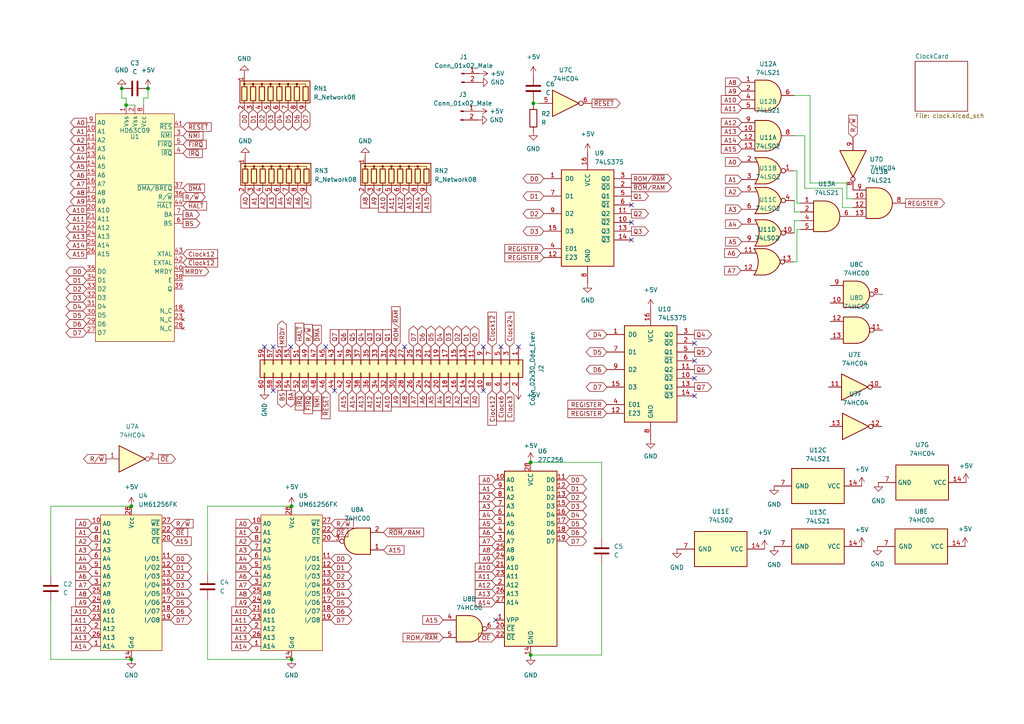
<source format=kicad_sch>
(kicad_sch (version 20211123) (generator eeschema)
  (paper "A4")
  (junction (at 153.924 134.112))
  (junction (at 84.582 146.812))
  (junction (at 36.576 30.48))
  (junction (at 38.1 191.262))
  (junction (at 42.926 25.654))
  (junction (at 153.924 189.992))
  (junction (at 35.306 25.654))
  (junction (at 84.582 191.262))
  (junction (at 154.686 29.972))
  (junction (at 38.1 146.812))
  (no_connect (at 150.368 100.584))
  (no_connect (at 183.134 59.436))
  (no_connect (at 183.134 64.516))
  (no_connect (at 183.134 69.596))
  (no_connect (at 79.248 113.284))
  (no_connect (at 117.348 100.584))
  (no_connect (at 140.208 100.584))
  (no_connect (at 145.288 100.584))
  (no_connect (at 94.488 100.584))
  (no_connect (at 76.708 100.584))
  (no_connect (at 84.328 100.584))
  (no_connect (at 79.248 100.584))
  (no_connect (at 97.028 113.284))
  (no_connect (at 140.208 113.284))
  (no_connect (at 201.422 104.648))
  (no_connect (at 201.422 109.728))
  (no_connect (at 201.422 114.808))
  (no_connect (at 201.422 99.568))
  (no_connect (at 143.764 179.832))
  (wire (pts (xy 84.582 146.812) (xy 60.198 146.812)))
  (wire (pts (xy 14.732 191.262) (xy 38.1 191.262)))
  (wire (pts (xy 230.378 49.53) (xy 231.14 49.53)))
  (wire (pts (xy 247.396 60.198) (xy 244.348 60.198)))
  (wire (pts (xy 154.686 29.464) (xy 154.686 29.972)))
  (wire (pts (xy 84.582 191.262) (xy 60.198 191.262)))
  (wire (pts (xy 35.306 28.448) (xy 35.306 25.654)))
  (wire (pts (xy 41.656 28.448) (xy 42.926 28.448)))
  (wire (pts (xy 247.396 57.658) (xy 245.618 57.658)))
  (wire (pts (xy 174.498 189.992) (xy 153.924 189.992)))
  (wire (pts (xy 42.926 28.448) (xy 42.926 25.654)))
  (wire (pts (xy 41.656 30.48) (xy 41.656 28.448)))
  (wire (pts (xy 244.348 54.61) (xy 244.348 60.198)))
  (wire (pts (xy 245.618 53.086) (xy 234.95 53.086)))
  (wire (pts (xy 36.576 30.48) (xy 36.576 28.448)))
  (wire (pts (xy 234.95 53.086) (xy 234.95 27.686)))
  (wire (pts (xy 38.1 146.812) (xy 14.732 146.812)))
  (wire (pts (xy 154.686 29.972) (xy 154.686 30.48)))
  (wire (pts (xy 36.576 28.448) (xy 35.306 28.448)))
  (wire (pts (xy 233.426 54.61) (xy 244.348 54.61)))
  (wire (pts (xy 231.14 75.946) (xy 231.14 66.548)))
  (wire (pts (xy 174.498 155.956) (xy 174.498 134.112)))
  (wire (pts (xy 230.378 67.564) (xy 230.378 64.008)))
  (wire (pts (xy 156.464 29.972) (xy 154.686 29.972)))
  (wire (pts (xy 60.198 191.262) (xy 60.198 173.99)))
  (wire (pts (xy 174.498 163.576) (xy 174.498 189.992)))
  (wire (pts (xy 230.124 75.946) (xy 231.14 75.946)))
  (wire (pts (xy 245.618 57.658) (xy 245.618 53.086)))
  (wire (pts (xy 233.426 39.37) (xy 233.426 54.61)))
  (wire (pts (xy 230.378 39.37) (xy 233.426 39.37)))
  (wire (pts (xy 14.732 174.498) (xy 14.732 191.262)))
  (wire (pts (xy 231.14 58.928) (xy 232.156 58.928)))
  (wire (pts (xy 14.732 146.812) (xy 14.732 166.878)))
  (wire (pts (xy 231.14 66.548) (xy 232.156 66.548)))
  (wire (pts (xy 230.378 61.468) (xy 232.156 61.468)))
  (wire (pts (xy 234.95 27.686) (xy 230.378 27.686)))
  (wire (pts (xy 230.378 58.166) (xy 230.378 61.468)))
  (wire (pts (xy 174.498 134.112) (xy 153.924 134.112)))
  (wire (pts (xy 230.378 64.008) (xy 232.156 64.008)))
  (wire (pts (xy 231.14 49.53) (xy 231.14 58.928)))
  (wire (pts (xy 153.924 133.858) (xy 153.924 134.112)))
  (wire (pts (xy 153.924 190.246) (xy 153.924 189.992)))
  (wire (pts (xy 60.198 146.812) (xy 60.198 166.37)))
  (wire (pts (xy 36.576 30.48) (xy 39.116 30.48)))
  (global_label "A5" (shape input) (at 215.138 70.104 180) (property "Intersheet References" "${INTERSHEET_REFS}" (effects hide)))
  (global_label "A15" (shape input) (at 99.568 113.284 270) (property "Intersheet References" "${INTERSHEET_REFS}" (effects hide)))
  (global_label "A3" (shape output) (at 25.146 43.18 180) (property "Intersheet References" "${INTERSHEET_REFS}" (effects hide)))
  (global_label "Q7" (shape output) (at 201.422 112.268 0) (property "Intersheet References" "${INTERSHEET_REFS}" (effects hide)))
  (global_label "A1" (shape output) (at 25.146 38.1 180) (property "Intersheet References" "${INTERSHEET_REFS}" (effects hide)))
  (global_label "~{RESET}" (shape output) (at 171.704 29.972 0) (property "Intersheet References" "${INTERSHEET_REFS}" (effects hide)))
  (global_label "~{FIRQ}" (shape input) (at 53.086 41.91 0) (property "Intersheet References" "${INTERSHEET_REFS}" (effects hide)))
  (global_label "D1" (shape bidirectional) (at 164.084 141.732 0) (property "Intersheet References" "${INTERSHEET_REFS}" (effects hide)))
  (global_label "A1" (shape input) (at 143.764 141.732 180) (property "Intersheet References" "${INTERSHEET_REFS}" (effects hide)))
  (global_label "D6" (shape bidirectional) (at 25.146 93.98 180) (property "Intersheet References" "${INTERSHEET_REFS}" (effects hide)))
  (global_label "D0" (shape bidirectional) (at 25.146 78.74 180) (property "Intersheet References" "${INTERSHEET_REFS}" (effects hide)))
  (global_label "D4" (shape bidirectional) (at 81.026 31.75 270) (property "Intersheet References" "${INTERSHEET_REFS}" (effects hide)))
  (global_label "BS" (shape output) (at 81.788 113.284 270) (property "Intersheet References" "${INTERSHEET_REFS}" (effects hide)))
  (global_label "ROM{slash}~{RAM}" (shape input) (at 128.524 184.912 180) (property "Intersheet References" "${INTERSHEET_REFS}" (effects hide)))
  (global_label "ROM{slash}~{RAM}" (shape output) (at 183.134 51.816 0) (property "Intersheet References" "${INTERSHEET_REFS}" (effects hide)))
  (global_label "A6" (shape input) (at 73.152 167.132 180) (property "Intersheet References" "${INTERSHEET_REFS}" (effects hide)))
  (global_label "~{IRQ}" (shape input) (at 53.086 44.45 0) (property "Intersheet References" "${INTERSHEET_REFS}" (effects hide)))
  (global_label "A2" (shape input) (at 143.764 144.272 180) (property "Intersheet References" "${INTERSHEET_REFS}" (effects hide)))
  (global_label "A9" (shape input) (at 143.764 162.052 180) (property "Intersheet References" "${INTERSHEET_REFS}" (effects hide)))
  (global_label "D1" (shape bidirectional) (at 49.53 164.592 0) (property "Intersheet References" "${INTERSHEET_REFS}" (effects hide)))
  (global_label "A15" (shape input) (at 215.138 43.18 180) (property "Intersheet References" "${INTERSHEET_REFS}" (effects hide)))
  (global_label "BA" (shape output) (at 53.086 62.23 0) (property "Intersheet References" "${INTERSHEET_REFS}" (effects hide)))
  (global_label "D1" (shape bidirectional) (at 96.012 164.592 0) (property "Intersheet References" "${INTERSHEET_REFS}" (effects hide)))
  (global_label "A9" (shape input) (at 215.138 26.416 180) (property "Intersheet References" "${INTERSHEET_REFS}" (effects hide)))
  (global_label "A5" (shape output) (at 25.146 48.26 180) (property "Intersheet References" "${INTERSHEET_REFS}" (effects hide)))
  (global_label "A7" (shape input) (at 26.67 169.672 180) (property "Intersheet References" "${INTERSHEET_REFS}" (effects hide)))
  (global_label "D6" (shape bidirectional) (at 86.106 31.75 270) (property "Intersheet References" "${INTERSHEET_REFS}" (effects hide)))
  (global_label "D3" (shape bidirectional) (at 96.012 169.672 0) (property "Intersheet References" "${INTERSHEET_REFS}" (effects hide)))
  (global_label "A11" (shape input) (at 113.538 55.626 270) (property "Intersheet References" "${INTERSHEET_REFS}" (effects hide)))
  (global_label "D4" (shape bidirectional) (at 164.084 149.352 0) (property "Intersheet References" "${INTERSHEET_REFS}" (effects hide)))
  (global_label "A0" (shape output) (at 25.146 35.56 180) (property "Intersheet References" "${INTERSHEET_REFS}" (effects hide)))
  (global_label "D0" (shape bidirectional) (at 70.866 31.75 270) (property "Intersheet References" "${INTERSHEET_REFS}" (effects hide)))
  (global_label "R{slash}~{W}" (shape input) (at 49.53 151.892 0) (property "Intersheet References" "${INTERSHEET_REFS}" (effects hide)))
  (global_label "A12" (shape input) (at 116.078 55.626 270) (property "Intersheet References" "${INTERSHEET_REFS}" (effects hide)))
  (global_label "A10" (shape input) (at 73.152 177.292 180) (property "Intersheet References" "${INTERSHEET_REFS}" (effects hide)))
  (global_label "D2" (shape bidirectional) (at 49.53 167.132 0) (property "Intersheet References" "${INTERSHEET_REFS}" (effects hide)))
  (global_label "A1" (shape input) (at 215.138 52.07 180) (property "Intersheet References" "${INTERSHEET_REFS}" (effects hide)))
  (global_label "A9" (shape input) (at 108.458 55.626 270) (property "Intersheet References" "${INTERSHEET_REFS}" (effects hide)))
  (global_label "A12" (shape input) (at 215.138 35.56 180) (property "Intersheet References" "${INTERSHEET_REFS}" (effects hide)))
  (global_label "~{RESET}" (shape input) (at 53.086 36.83 0) (property "Intersheet References" "${INTERSHEET_REFS}" (effects hide)))
  (global_label "A11" (shape output) (at 25.146 63.5 180) (property "Intersheet References" "${INTERSHEET_REFS}" (effects hide)))
  (global_label "~{NMI}" (shape input) (at 91.948 113.284 270) (property "Intersheet References" "${INTERSHEET_REFS}" (effects hide)))
  (global_label "A11" (shape input) (at 143.764 167.132 180) (property "Intersheet References" "${INTERSHEET_REFS}" (effects hide)))
  (global_label "D1" (shape bidirectional) (at 73.406 31.75 270) (property "Intersheet References" "${INTERSHEET_REFS}" (effects hide)))
  (global_label "~{Clock12}" (shape input) (at 142.748 100.584 90) (property "Intersheet References" "${INTERSHEET_REFS}" (effects hide)))
  (global_label "Q3" (shape input) (at 107.188 100.584 90) (property "Intersheet References" "${INTERSHEET_REFS}" (effects hide)))
  (global_label "A14" (shape input) (at 26.67 187.452 180) (property "Intersheet References" "${INTERSHEET_REFS}" (effects hide)))
  (global_label "A7" (shape input) (at 143.764 156.972 180) (property "Intersheet References" "${INTERSHEET_REFS}" (effects hide)))
  (global_label "R{slash}~{W}" (shape input) (at 247.396 39.878 90) (property "Intersheet References" "${INTERSHEET_REFS}" (effects hide)))
  (global_label "D5" (shape bidirectional) (at 164.084 151.892 0) (property "Intersheet References" "${INTERSHEET_REFS}" (effects hide)))
  (global_label "A0" (shape input) (at 71.12 55.626 270) (property "Intersheet References" "${INTERSHEET_REFS}" (effects hide)))
  (global_label "R{slash}~{W}" (shape input) (at 96.012 151.892 0) (property "Intersheet References" "${INTERSHEET_REFS}" (effects hide)))
  (global_label "A9" (shape input) (at 26.67 174.752 180) (property "Intersheet References" "${INTERSHEET_REFS}" (effects hide)))
  (global_label "A3" (shape input) (at 215.138 60.706 180) (property "Intersheet References" "${INTERSHEET_REFS}" (effects hide)))
  (global_label "Clock24" (shape input) (at 147.828 100.584 90) (property "Intersheet References" "${INTERSHEET_REFS}" (effects hide)))
  (global_label "~{RESET}" (shape input) (at 94.488 113.284 270) (property "Intersheet References" "${INTERSHEET_REFS}" (effects hide)))
  (global_label "A8" (shape output) (at 25.146 55.88 180) (property "Intersheet References" "${INTERSHEET_REFS}" (effects hide)))
  (global_label "D3" (shape bidirectional) (at 78.486 31.75 270) (property "Intersheet References" "${INTERSHEET_REFS}" (effects hide)))
  (global_label "MRDY" (shape output) (at 81.788 100.584 90) (property "Intersheet References" "${INTERSHEET_REFS}" (effects hide)))
  (global_label "~{HALT}" (shape input) (at 86.868 100.584 90) (property "Intersheet References" "${INTERSHEET_REFS}" (effects hide)))
  (global_label "A14" (shape output) (at 25.146 71.12 180) (property "Intersheet References" "${INTERSHEET_REFS}" (effects hide)))
  (global_label "Clock3" (shape input) (at 147.828 113.284 270) (property "Intersheet References" "${INTERSHEET_REFS}" (effects hide)))
  (global_label "A4" (shape input) (at 127.508 113.284 270) (property "Intersheet References" "${INTERSHEET_REFS}" (effects hide)))
  (global_label "A9" (shape input) (at 114.808 113.284 270) (property "Intersheet References" "${INTERSHEET_REFS}" (effects hide)))
  (global_label "A5" (shape input) (at 83.82 55.626 270) (property "Intersheet References" "${INTERSHEET_REFS}" (effects hide)))
  (global_label "A4" (shape output) (at 25.146 45.72 180) (property "Intersheet References" "${INTERSHEET_REFS}" (effects hide)))
  (global_label "D7" (shape bidirectional) (at 176.022 112.268 180) (property "Intersheet References" "${INTERSHEET_REFS}" (effects hide)))
  (global_label "A1" (shape input) (at 26.67 154.432 180) (property "Intersheet References" "${INTERSHEET_REFS}" (effects hide)))
  (global_label "~{DMA}" (shape input) (at 53.086 54.61 0) (property "Intersheet References" "${INTERSHEET_REFS}" (effects hide)))
  (global_label "A11" (shape input) (at 26.67 179.832 180) (property "Intersheet References" "${INTERSHEET_REFS}" (effects hide)))
  (global_label "A2" (shape input) (at 215.138 55.626 180) (property "Intersheet References" "${INTERSHEET_REFS}" (effects hide)))
  (global_label "A0" (shape input) (at 137.668 113.284 270) (property "Intersheet References" "${INTERSHEET_REFS}" (effects hide)))
  (global_label "D0" (shape bidirectional) (at 49.53 162.052 0) (property "Intersheet References" "${INTERSHEET_REFS}" (effects hide)))
  (global_label "BS" (shape output) (at 53.086 64.77 0) (property "Intersheet References" "${INTERSHEET_REFS}" (effects hide)))
  (global_label "D4" (shape bidirectional) (at 176.022 97.028 180) (property "Intersheet References" "${INTERSHEET_REFS}" (effects hide)))
  (global_label "REGISTER" (shape output) (at 262.636 58.928 0) (property "Intersheet References" "${INTERSHEET_REFS}" (effects hide)))
  (global_label "A14" (shape input) (at 215.138 40.64 180) (property "Intersheet References" "${INTERSHEET_REFS}" (effects hide)))
  (global_label "A5" (shape input) (at 143.764 151.892 180) (property "Intersheet References" "${INTERSHEET_REFS}" (effects hide)))
  (global_label "D7" (shape bidirectional) (at 49.53 179.832 0) (property "Intersheet References" "${INTERSHEET_REFS}" (effects hide)))
  (global_label "Q1" (shape input) (at 112.268 100.584 90) (property "Intersheet References" "${INTERSHEET_REFS}" (effects hide)))
  (global_label "A4" (shape input) (at 143.764 149.352 180) (property "Intersheet References" "${INTERSHEET_REFS}" (effects hide)))
  (global_label "A8" (shape input) (at 143.764 159.512 180) (property "Intersheet References" "${INTERSHEET_REFS}" (effects hide)))
  (global_label "A14" (shape input) (at 73.152 187.452 180) (property "Intersheet References" "${INTERSHEET_REFS}" (effects hide)))
  (global_label "D2" (shape bidirectional) (at 157.734 61.976 180) (property "Intersheet References" "${INTERSHEET_REFS}" (effects hide)))
  (global_label "A9" (shape output) (at 25.146 58.42 180) (property "Intersheet References" "${INTERSHEET_REFS}" (effects hide)))
  (global_label "D5" (shape bidirectional) (at 96.012 174.752 0) (property "Intersheet References" "${INTERSHEET_REFS}" (effects hide)))
  (global_label "D7" (shape bidirectional) (at 25.146 96.52 180) (property "Intersheet References" "${INTERSHEET_REFS}" (effects hide)))
  (global_label "D5" (shape bidirectional) (at 83.566 31.75 270) (property "Intersheet References" "${INTERSHEET_REFS}" (effects hide)))
  (global_label "A2" (shape input) (at 26.67 156.972 180) (property "Intersheet References" "${INTERSHEET_REFS}" (effects hide)))
  (global_label "A13" (shape input) (at 118.618 55.626 270) (property "Intersheet References" "${INTERSHEET_REFS}" (effects hide)))
  (global_label "~{OE}" (shape output) (at 45.974 133.096 0) (property "Intersheet References" "${INTERSHEET_REFS}" (effects hide)))
  (global_label "A0" (shape input) (at 215.138 46.99 180) (property "Intersheet References" "${INTERSHEET_REFS}" (effects hide)))
  (global_label "A3" (shape input) (at 26.67 159.512 180) (property "Intersheet References" "${INTERSHEET_REFS}" (effects hide)))
  (global_label "A0" (shape input) (at 143.764 139.192 180) (property "Intersheet References" "${INTERSHEET_REFS}" (effects hide)))
  (global_label "D0" (shape bidirectional) (at 157.734 51.816 180) (property "Intersheet References" "${INTERSHEET_REFS}" (effects hide)))
  (global_label "D6" (shape bidirectional) (at 96.012 177.292 0) (property "Intersheet References" "${INTERSHEET_REFS}" (effects hide)))
  (global_label "REGISTER" (shape input) (at 157.734 72.136 180) (property "Intersheet References" "${INTERSHEET_REFS}" (effects hide)))
  (global_label "Q6" (shape input) (at 99.568 100.584 90) (property "Intersheet References" "${INTERSHEET_REFS}" (effects hide)))
  (global_label "A12" (shape input) (at 143.764 169.672 180) (property "Intersheet References" "${INTERSHEET_REFS}" (effects hide)))
  (global_label "A1" (shape input) (at 135.128 113.284 270) (property "Intersheet References" "${INTERSHEET_REFS}" (effects hide)))
  (global_label "A8" (shape input) (at 117.348 113.284 270) (property "Intersheet References" "${INTERSHEET_REFS}" (effects hide)))
  (global_label "A10" (shape input) (at 26.67 177.292 180) (property "Intersheet References" "${INTERSHEET_REFS}" (effects hide)))
  (global_label "D2" (shape bidirectional) (at 164.084 144.272 0) (property "Intersheet References" "${INTERSHEET_REFS}" (effects hide)))
  (global_label "A10" (shape input) (at 112.268 113.284 270) (property "Intersheet References" "${INTERSHEET_REFS}" (effects hide)))
  (global_label "A12" (shape input) (at 107.188 113.284 270) (property "Intersheet References" "${INTERSHEET_REFS}" (effects hide)))
  (global_label "D5" (shape bidirectional) (at 25.146 91.44 180) (property "Intersheet References" "${INTERSHEET_REFS}" (effects hide)))
  (global_label "R{slash}~{W}" (shape output) (at 53.086 57.15 0) (property "Intersheet References" "${INTERSHEET_REFS}" (effects hide)))
  (global_label "A11" (shape input) (at 109.728 113.284 270) (property "Intersheet References" "${INTERSHEET_REFS}" (effects hide)))
  (global_label "A0" (shape input) (at 26.67 151.892 180) (property "Intersheet References" "${INTERSHEET_REFS}" (effects hide)))
  (global_label "A12" (shape input) (at 73.152 182.372 180) (property "Intersheet References" "${INTERSHEET_REFS}" (effects hide)))
  (global_label "BA" (shape output) (at 84.328 113.284 270) (property "Intersheet References" "${INTERSHEET_REFS}" (effects hide)))
  (global_label "D7" (shape bidirectional) (at 119.888 100.584 90) (property "Intersheet References" "${INTERSHEET_REFS}" (effects hide)))
  (global_label "A5" (shape input) (at 26.67 164.592 180) (property "Intersheet References" "${INTERSHEET_REFS}" (effects hide)))
  (global_label "A13" (shape input) (at 143.764 172.212 180) (property "Intersheet References" "${INTERSHEET_REFS}" (effects hide)))
  (global_label "Q2" (shape output) (at 183.134 61.976 0) (property "Intersheet References" "${INTERSHEET_REFS}" (effects hide)))
  (global_label "D0" (shape bidirectional) (at 137.668 100.584 90) (property "Intersheet References" "${INTERSHEET_REFS}" (effects hide)))
  (global_label "A7" (shape output) (at 25.146 53.34 180) (property "Intersheet References" "${INTERSHEET_REFS}" (effects hide)))
  (global_label "A1" (shape input) (at 73.66 55.626 270) (property "Intersheet References" "${INTERSHEET_REFS}" (effects hide)))
  (global_label "A10" (shape input) (at 215.138 28.956 180) (property "Intersheet References" "${INTERSHEET_REFS}" (effects hide)))
  (global_label "Q3" (shape output) (at 183.134 67.056 0) (property "Intersheet References" "${INTERSHEET_REFS}" (effects hide)))
  (global_label "D5" (shape bidirectional) (at 176.022 102.108 180) (property "Intersheet References" "${INTERSHEET_REFS}" (effects hide)))
  (global_label "A8" (shape input) (at 215.138 23.876 180) (property "Intersheet References" "${INTERSHEET_REFS}" (effects hide)))
  (global_label "D6" (shape bidirectional) (at 49.53 177.292 0) (property "Intersheet References" "${INTERSHEET_REFS}" (effects hide)))
  (global_label "A14" (shape input) (at 121.158 55.626 270) (property "Intersheet References" "${INTERSHEET_REFS}" (effects hide)))
  (global_label "Clock12" (shape input) (at 53.086 73.66 0) (property "Intersheet References" "${INTERSHEET_REFS}" (effects hide)))
  (global_label "A7" (shape input) (at 119.888 113.284 270) (property "Intersheet References" "${INTERSHEET_REFS}" (effects hide)))
  (global_label "Q1" (shape output) (at 183.134 56.896 0) (property "Intersheet References" "${INTERSHEET_REFS}" (effects hide)))
  (global_label "~{OE}" (shape input) (at 49.53 154.432 0) (property "Intersheet References" "${INTERSHEET_REFS}" (effects hide)))
  (global_label "D7" (shape bidirectional) (at 88.646 31.75 270) (property "Intersheet References" "${INTERSHEET_REFS}" (effects hide)))
  (global_label "A4" (shape input) (at 215.138 65.024 180) (property "Intersheet References" "${INTERSHEET_REFS}" (effects hide)))
  (global_label "REGISTER" (shape input) (at 157.734 74.676 180) (property "Intersheet References" "${INTERSHEET_REFS}" (effects hide)))
  (global_label "A13" (shape input) (at 73.152 184.912 180) (property "Intersheet References" "${INTERSHEET_REFS}" (effects hide)))
  (global_label "D4" (shape bidirectional) (at 96.012 172.212 0) (property "Intersheet References" "${INTERSHEET_REFS}" (effects hide)))
  (global_label "A6" (shape input) (at 122.428 113.284 270) (property "Intersheet References" "${INTERSHEET_REFS}" (effects hide)))
  (global_label "A13" (shape output) (at 25.146 68.58 180) (property "Intersheet References" "${INTERSHEET_REFS}" (effects hide)))
  (global_label "D3" (shape bidirectional) (at 25.146 86.36 180) (property "Intersheet References" "${INTERSHEET_REFS}" (effects hide)))
  (global_label "D3" (shape bidirectional) (at 130.048 100.584 90) (property "Intersheet References" "${INTERSHEET_REFS}" (effects hide)))
  (global_label "D6" (shape bidirectional) (at 164.084 154.432 0) (property "Intersheet References" "${INTERSHEET_REFS}" (effects hide)))
  (global_label "~{DMA}" (shape input) (at 91.948 100.584 90) (property "Intersheet References" "${INTERSHEET_REFS}" (effects hide)))
  (global_label "R{slash}~{W}" (shape output) (at 30.734 133.096 180) (property "Intersheet References" "${INTERSHEET_REFS}" (effects hide)))
  (global_label "D2" (shape bidirectional) (at 132.588 100.584 90) (property "Intersheet References" "${INTERSHEET_REFS}" (effects hide)))
  (global_label "A10" (shape input) (at 143.764 164.592 180) (property "Intersheet References" "${INTERSHEET_REFS}" (effects hide)))
  (global_label "A2" (shape output) (at 25.146 40.64 180) (property "Intersheet References" "${INTERSHEET_REFS}" (effects hide)))
  (global_label "A15" (shape output) (at 25.146 73.66 180) (property "Intersheet References" "${INTERSHEET_REFS}" (effects hide)))
  (global_label "A10" (shape input) (at 110.998 55.626 270) (property "Intersheet References" "${INTERSHEET_REFS}" (effects hide)))
  (global_label "A11" (shape input) (at 73.152 179.832 180) (property "Intersheet References" "${INTERSHEET_REFS}" (effects hide)))
  (global_label "~{FIRQ}" (shape input) (at 89.408 113.284 270) (property "Intersheet References" "${INTERSHEET_REFS}" (effects hide)))
  (global_label "D1" (shape bidirectional) (at 157.734 56.896 180) (property "Intersheet References" "${INTERSHEET_REFS}" (effects hide)))
  (global_label "A3" (shape input) (at 78.74 55.626 270) (property "Intersheet References" "${INTERSHEET_REFS}" (effects hide)))
  (global_label "A4" (shape input) (at 73.152 162.052 180) (property "Intersheet References" "${INTERSHEET_REFS}" (effects hide)))
  (global_label "A8" (shape input) (at 26.67 172.212 180) (property "Intersheet References" "${INTERSHEET_REFS}" (effects hide)))
  (global_label "D3" (shape bidirectional) (at 49.53 169.672 0) (property "Intersheet References" "${INTERSHEET_REFS}" (effects hide)))
  (global_label "D3" (shape bidirectional) (at 157.734 67.056 180) (property "Intersheet References" "${INTERSHEET_REFS}" (effects hide)))
  (global_label "D4" (shape bidirectional) (at 25.146 88.9 180) (property "Intersheet References" "${INTERSHEET_REFS}" (effects hide)))
  (global_label "D1" (shape bidirectional) (at 25.146 81.28 180) (property "Intersheet References" "${INTERSHEET_REFS}" (effects hide)))
  (global_label "A2" (shape input) (at 76.2 55.626 270) (property "Intersheet References" "${INTERSHEET_REFS}" (effects hide)))
  (global_label "~{OE}" (shape input) (at 143.764 184.912 180) (property "Intersheet References" "${INTERSHEET_REFS}" (effects hide)))
  (global_label "A15" (shape input) (at 49.53 156.972 0) (property "Intersheet References" "${INTERSHEET_REFS}" (effects hide)))
  (global_label "Q5" (shape input) (at 102.108 100.584 90) (property "Intersheet References" "${INTERSHEET_REFS}" (effects hide)))
  (global_label "A2" (shape input) (at 132.588 113.284 270) (property "Intersheet References" "${INTERSHEET_REFS}" (effects hide)))
  (global_label "D0" (shape bidirectional) (at 96.012 162.052 0) (property "Intersheet References" "${INTERSHEET_REFS}" (effects hide)))
  (global_label "~{NMI}" (shape input) (at 53.086 39.37 0) (property "Intersheet References" "${INTERSHEET_REFS}" (effects hide)))
  (global_label "Q2" (shape input) (at 109.728 100.584 90) (property "Intersheet References" "${INTERSHEET_REFS}" (effects hide)))
  (global_label "D0" (shape bidirectional) (at 164.084 139.192 0) (property "Intersheet References" "${INTERSHEET_REFS}" (effects hide)))
  (global_label "Clock12" (shape input) (at 142.748 113.284 270) (property "Intersheet References" "${INTERSHEET_REFS}" (effects hide)))
  (global_label "A5" (shape input) (at 124.968 113.284 270) (property "Intersheet References" "${INTERSHEET_REFS}" (effects hide)))
  (global_label "REGISTER" (shape input) (at 176.022 117.348 180) (property "Intersheet References" "${INTERSHEET_REFS}" (effects hide)))
  (global_label "A11" (shape input) (at 215.138 31.496 180) (property "Intersheet References" "${INTERSHEET_REFS}" (effects hide)))
  (global_label "~{ROM}{slash}RAM" (shape output) (at 183.134 54.356 0) (property "Intersheet References" "${INTERSHEET_REFS}" (effects hide)))
  (global_label "A3" (shape input) (at 143.764 146.812 180) (property "Intersheet References" "${INTERSHEET_REFS}" (effects hide)))
  (global_label "A15" (shape input) (at 123.698 55.626 270) (property "Intersheet References" "${INTERSHEET_REFS}" (effects hide)))
  (global_label "A10" (shape output) (at 25.146 60.96 180) (property "Intersheet References" "${INTERSHEET_REFS}" (effects hide)))
  (global_label "Q4" (shape output) (at 201.422 97.028 0) (property "Intersheet References" "${INTERSHEET_REFS}" (effects hide)))
  (global_label "A13" (shape input) (at 104.648 113.284 270) (property "Intersheet References" "${INTERSHEET_REFS}" (effects hide)))
  (global_label "A14" (shape input) (at 143.764 174.752 180) (property "Intersheet References" "${INTERSHEET_REFS}" (effects hide)))
  (global_label "REGISTER" (shape input) (at 176.022 119.888 180) (property "Intersheet References" "${INTERSHEET_REFS}" (effects hide)))
  (global_label "A15" (shape input) (at 111.252 159.512 0) (property "Intersheet References" "${INTERSHEET_REFS}" (effects hide)))
  (global_label "A12" (shape input) (at 26.67 182.372 180) (property "Intersheet References" "${INTERSHEET_REFS}" (effects hide)))
  (global_label "A1" (shape input) (at 73.152 154.432 180) (property "Intersheet References" "${INTERSHEET_REFS}" (effects hide)))
  (global_label "A6" (shape input) (at 86.36 55.626 270) (property "Intersheet References" "${INTERSHEET_REFS}" (effects hide)))
  (global_label "A4" (shape input) (at 81.28 55.626 270) (property "Intersheet References" "${INTERSHEET_REFS}" (effects hide)))
  (global_label "A6" (shape input) (at 26.67 167.132 180) (property "Intersheet References" "${INTERSHEET_REFS}" (effects hide)))
  (global_label "D6" (shape bidirectional) (at 122.428 100.584 90) (property "Intersheet References" "${INTERSHEET_REFS}" (effects hide)))
  (global_label "A13" (shape input) (at 215.138 38.1 180) (property "Intersheet References" "${INTERSHEET_REFS}" (effects hide)))
  (global_label "~{OE}" (shape input) (at 96.012 154.432 0) (property "Intersheet References" "${INTERSHEET_REFS}" (effects hide)))
  (global_label "R{slash}~{W}" (shape input) (at 89.408 100.584 90) (property "Intersheet References" "${INTERSHEET_REFS}" (effects hide)))
  (global_label "D7" (shape bidirectional) (at 164.084 156.972 0) (property "Intersheet References" "${INTERSHEET_REFS}" (effects hide)))
  (global_label "ROM{slash}~{RAM}" (shape input) (at 114.808 100.584 90) (property "Intersheet References" "${INTERSHEET_REFS}" (effects hide)))
  (global_label "A0" (shape input) (at 73.152 151.892 180) (property "Intersheet References" "${INTERSHEET_REFS}" (effects hide)))
  (global_label "D2" (shape bidirectional) (at 25.146 83.82 180) (property "Intersheet References" "${INTERSHEET_REFS}" (effects hide)))
  (global_label "A7" (shape input) (at 73.152 169.672 180) (property "Intersheet References" "${INTERSHEET_REFS}" (effects hide)))
  (global_label "A9" (shape input) (at 73.152 174.752 180) (property "Intersheet References" "${INTERSHEET_REFS}" (effects hide)))
  (global_label "D7" (shape bidirectional) (at 96.012 179.832 0) (property "Intersheet References" "${INTERSHEET_REFS}" (effects hide)))
  (global_label "A7" (shape input) (at 214.884 78.486 180) (property "Intersheet References" "${INTERSHEET_REFS}" (effects hide)))
  (global_label "D5" (shape bidirectional) (at 49.53 174.752 0) (property "Intersheet References" "${INTERSHEET_REFS}" (effects hide)))
  (global_label "D4" (shape bidirectional) (at 49.53 172.212 0) (property "Intersheet References" "${INTERSHEET_REFS}" (effects hide)))
  (global_label "~{IRQ}" (shape input) (at 86.868 113.284 270) (property "Intersheet References" "${INTERSHEET_REFS}" (effects hide)))
  (global_label "A3" (shape input) (at 130.048 113.284 270) (property "Intersheet References" "${INTERSHEET_REFS}" (effects hide)))
  (global_label "A7" (shape input) (at 88.9 55.626 270) (property "Intersheet References" "${INTERSHEET_REFS}" (effects hide)))
  (global_label "~{HALT}" (shape input) (at 53.086 59.69 0) (property "Intersheet References" "${INTERSHEET_REFS}" (effects hide)))
  (global_label "D2" (shape bidirectional) (at 75.946 31.75 270) (property "Intersheet References" "${INTERSHEET_REFS}" (effects hide)))
  (global_label "~{ROM}{slash}RAM" (shape input) (at 111.252 154.432 0) (property "Intersheet References" "${INTERSHEET_REFS}" (effects hide)))
  (global_label "A2" (shape input) (at 73.152 156.972 180) (property "Intersheet References" "${INTERSHEET_REFS}" (effects hide)))
  (global_label "A4" (shape input) (at 26.67 162.052 180) (property "Intersheet References" "${INTERSHEET_REFS}" (effects hide)))
  (global_label "D2" (shape bidirectional) (at 96.012 167.132 0) (property "Intersheet References" "${INTERSHEET_REFS}" (effects hide)))
  (global_label "Clock6" (shape input) (at 145.288 113.284 270) (property "Intersheet References" "${INTERSHEET_REFS}" (effects hide)))
  (global_label "A14" (shape input) (at 102.108 113.284 270) (property "Intersheet References" "${INTERSHEET_REFS}" (effects hide)))
  (global_label "D5" (shape bidirectional) (at 124.968 100.584 90) (property "Intersheet References" "${INTERSHEET_REFS}" (effects hide)))
  (global_label "D4" (shape bidirectional) (at 127.508 100.584 90) (property "Intersheet References" "${INTERSHEET_REFS}" (effects hide)))
  (global_label "A8" (shape input) (at 73.152 172.212 180) (property "Intersheet References" "${INTERSHEET_REFS}" (effects hide)))
  (global_label "D6" (shape bidirectional) (at 176.022 107.188 180) (property "Intersheet References" "${INTERSHEET_REFS}" (effects hide)))
  (global_label "A5" (shape input) (at 73.152 164.592 180) (property "Intersheet References" "${INTERSHEET_REFS}" (effects hide)))
  (global_label "A12" (shape output) (at 25.146 66.04 180) (property "Intersheet References" "${INTERSHEET_REFS}" (effects hide)))
  (global_label "A15" (shape input) (at 128.524 179.832 180) (property "Intersheet References" "${INTERSHEET_REFS}" (effects hide)))
  (global_label "D3" (shape bidirectional) (at 164.084 146.812 0) (property "Intersheet References" "${INTERSHEET_REFS}" (effects hide)))
  (global_label "Q6" (shape output) (at 201.422 107.188 0) (property "Intersheet References" "${INTERSHEET_REFS}" (effects hide)))
  (global_label "A6" (shape input) (at 143.764 154.432 180) (property "Intersheet References" "${INTERSHEET_REFS}" (effects hide)))
  (global_label "A3" (shape input) (at 73.152 159.512 180) (property "Intersheet References" "${INTERSHEET_REFS}" (effects hide)))
  (global_label "A8" (shape input) (at 105.918 55.626 270) (property "Intersheet References" "${INTERSHEET_REFS}" (effects hide)))
  (global_label "~{Clock12}" (shape input) (at 53.086 76.2 0) (property "Intersheet References" "${INTERSHEET_REFS}" (effects hide)))
  (global_label "A13" (shape input) (at 26.67 184.912 180) (property "Intersheet References" "${INTERSHEET_REFS}" (effects hide)))
  (global_label "Q5" (shape output) (at 201.422 102.108 0) (property "Intersheet References" "${INTERSHEET_REFS}" (effects hide)))
  (global_label "D1" (shape bidirectional) (at 135.128 100.584 90) (property "Intersheet References" "${INTERSHEET_REFS}" (effects hide)))
  (global_label "Q4" (shape input) (at 104.648 100.584 90) (property "Intersheet References" "${INTERSHEET_REFS}" (effects hide)))
  (global_label "MRDY" (shape output) (at 53.086 78.74 0) (property "Intersheet References" "${INTERSHEET_REFS}" (effects hide)))
  (global_label "A6" (shape output) (at 25.146 50.8 180) (property "Intersheet References" "${INTERSHEET_REFS}" (effects hide)))
  (global_label "Q7" (shape input) (at 97.028 100.584 90) (property "Intersheet References" "${INTERSHEET_REFS}" (effects hide)))
  (global_label "A6" (shape input) (at 214.884 73.406 180) (property "Intersheet References" "${INTERSHEET_REFS}" (effects hide)))
  (symbol (lib_id "Device:C") (at 14.732 170.688 0) (unit 1)
    (property "Reference" "C2" (at 18.288 169.4179 0) (effects (justify left)))
    (property "Value" "C" (at 18.288 171.9579 0) (effects (justify left)))
    (property "Footprint" "Capacitor_SMD:C_0805_2012Metric" (effects hide))
  )
  (symbol (lib_id "power:GND") (at 71.12 45.466 180) (unit 1)
    (property "Reference" "#PWR016" (effects hide))
    (property "Value" "GND" (at 71.12 40.894 0))
  )
  (symbol (lib_name "UM61256FK_1") (lib_id "6309sbc:UM61256FK") (at 38.1 170.942 0) (unit 1)
    (property "Reference" "U4" (at 40.1194 143.764 0) (effects (justify left)))
    (property "Value" "UM61256FK" (at 40.1194 146.304 0) (effects (justify left)))
    (property "Footprint" "Package_DIP:DIP-28_W7.62mm" (effects hide))
    (property "Note" "High 32k" (effects hide))
  )
  (symbol (lib_id "power:+5V") (at 138.938 21.336 270) (unit 1)
    (property "Reference" "#PWR0101" (effects hide))
    (property "Value" "+5V" (at 142.24 21.3359 90) (effects (justify left)))
  )
  (symbol (lib_id "74xx:74HC04") (at 164.084 29.972 0) (unit 3)
    (property "Reference" "U7" (at 164.084 20.32 0))
    (property "Value" "74HC04" (at 164.084 22.86 0))
    (property "Footprint" "Package_SO:SO-14_3.9x8.65mm_P1.27mm" (effects hide))
    (property "Datasheet" "https://assets.nexperia.com/documents/data-sheet/74HC_HCT04.pdf" (effects hide))
  )
  (symbol (lib_id "74xx:74HC04") (at 267.462 139.954 270) (unit 7)
    (property "Reference" "U7" (at 267.462 129.032 90))
    (property "Value" "74HC04" (at 267.462 131.572 90))
    (property "Footprint" "Package_SO:SO-14_3.9x8.65mm_P1.27mm" (effects hide))
    (property "Datasheet" "https://assets.nexperia.com/documents/data-sheet/74HC_HCT04.pdf" (effects hide))
  )
  (symbol (lib_id "power:+5V") (at 249.936 158.496 0) (unit 1)
    (property "Reference" "#PWR0116" (effects hide))
    (property "Value" "+5V" (at 249.936 153.67 0))
  )
  (symbol (lib_id "74xx:74HC04") (at 38.354 133.096 0) (unit 1)
    (property "Reference" "U7" (at 38.354 123.698 0))
    (property "Value" "74HC04" (at 38.354 126.238 0))
    (property "Footprint" "Package_SO:SO-14_3.9x8.65mm_P1.27mm" (effects hide))
    (property "Datasheet" "https://assets.nexperia.com/documents/data-sheet/74HC_HCT04.pdf" (effects hide))
  )
  (symbol (lib_id "Connector_Generic:Conn_02x30_Odd_Even") (at 114.808 105.664 270) (unit 1)
    (property "Reference" "J2" (at 156.972 106.934 0))
    (property "Value" "Conn_02x30_Odd_Even" (at 154.432 106.934 0))
    (property "Footprint" "Connector_PinHeader_2.54mm:PinHeader_2x30_P2.54mm_Vertical" (effects hide))
  )
  (symbol (lib_id "power:+5V") (at 84.582 146.812 0) (unit 1)
    (property "Reference" "#PWR0107" (effects hide))
    (property "Value" "+5V" (at 84.582 141.224 0))
  )
  (symbol (lib_id "power:GND") (at 154.686 38.1 0) (unit 1)
    (property "Reference" "#PWR015" (effects hide))
    (property "Value" "GND" (at 154.686 43.18 0))
  )
  (symbol (lib_id "74xx:74HC04") (at 247.904 112.268 0) (unit 5)
    (property "Reference" "U7" (at 247.904 102.87 0))
    (property "Value" "74HC04" (at 247.904 105.41 0))
    (property "Footprint" "Package_SO:SO-14_3.9x8.65mm_P1.27mm" (effects hide))
    (property "Datasheet" "https://assets.nexperia.com/documents/data-sheet/74HC_HCT04.pdf" (effects hide))
  )
  (symbol (lib_id "74xx:74LS21") (at 237.236 158.496 270) (unit 3)
    (property "Reference" "U13" (at 237.236 148.59 90))
    (property "Value" "74LS21" (at 237.236 151.13 90))
    (property "Footprint" "Package_SO:SO-14_3.9x8.65mm_P1.27mm" (effects hide))
    (property "Datasheet" "http://www.ti.com/lit/gpn/sn74LS21" (effects hide))
  )
  (symbol (lib_id "74xx:74LS375") (at 170.434 61.976 0) (unit 1)
    (property "Reference" "U9" (at 172.4534 44.45 0) (effects (justify left)))
    (property "Value" "74LS375" (at 172.4534 46.99 0) (effects (justify left)))
    (property "Footprint" "Package_SO:SO-16_3.9x9.9mm_P1.27mm" (effects hide))
    (property "Datasheet" "http://www.ti.com/lit/gpn/sn74LS375" (effects hide))
  )
  (symbol (lib_id "74xx:74LS02") (at 222.504 75.946 0) (unit 4)
    (property "Reference" "U11" (at 222.504 66.548 0))
    (property "Value" "74LS02" (at 222.504 69.088 0))
    (property "Footprint" "Package_SO:SO-14_3.9x8.65mm_P1.27mm" (effects hide))
    (property "Datasheet" "http://www.ti.com/lit/gpn/sn74ls02" (effects hide))
  )
  (symbol (lib_id "74xx:74HC00") (at 136.144 182.372 0) (unit 2)
    (property "Reference" "U8" (at 136.144 173.736 0))
    (property "Value" "74HC00" (at 136.144 176.276 0))
    (property "Footprint" "Package_SO:SO-14_3.9x8.65mm_P1.27mm" (effects hide))
    (property "Datasheet" "http://www.ti.com/lit/gpn/sn74hc00" (effects hide))
  )
  (symbol (lib_id "74xx:74LS375") (at 188.722 107.188 0) (unit 1)
    (property "Reference" "U10" (at 190.7414 89.662 0) (effects (justify left)))
    (property "Value" "74LS375" (at 190.7414 92.202 0) (effects (justify left)))
    (property "Footprint" "Package_SO:SO-16_3.9x9.9mm_P1.27mm" (effects hide))
    (property "Datasheet" "http://www.ti.com/lit/gpn/sn74LS375" (effects hide))
  )
  (symbol (lib_id "Device:C") (at 174.498 159.766 0) (unit 1)
    (property "Reference" "C5" (at 178.054 158.4959 0) (effects (justify left)))
    (property "Value" "C" (at 178.054 161.0359 0) (effects (justify left)))
    (property "Footprint" "Capacitor_SMD:C_0805_2012Metric" (effects hide))
  )
  (symbol (lib_id "power:GND") (at 76.708 113.284 0) (unit 1)
    (property "Reference" "#PWR0122" (effects hide))
    (property "Value" "GND" (at 76.7081 116.84 90) (effects (justify right)))
  )
  (symbol (lib_id "power:+5V") (at 150.368 113.284 180) (unit 1)
    (property "Reference" "#PWR019" (effects hide))
    (property "Value" "+5V" (at 152.654 114.5539 0) (effects (justify right)))
  )
  (symbol (lib_id "power:GND") (at 170.434 82.296 0) (unit 1)
    (property "Reference" "#PWR0112" (effects hide))
    (property "Value" "GND" (at 170.434 87.122 0))
  )
  (symbol (lib_id "power:GND") (at 38.1 191.262 0) (unit 1)
    (property "Reference" "#PWR0104" (effects hide))
    (property "Value" "GND" (at 38.1 195.834 0))
  )
  (symbol (lib_id "Device:C") (at 39.116 25.654 270) (unit 1)
    (property "Reference" "C3" (at 39.116 18.288 90))
    (property "Value" "C" (at 39.116 20.828 90))
    (property "Footprint" "Capacitor_SMD:C_0805_2012Metric" (effects hide))
  )
  (symbol (lib_id "74xx:74LS21") (at 222.758 27.686 0) (unit 1)
    (property "Reference" "U12" (at 222.758 18.542 0))
    (property "Value" "74LS21" (at 222.758 21.082 0))
    (property "Footprint" "Package_SO:SO-14_3.9x8.65mm_P1.27mm" (effects hide))
    (property "Datasheet" "http://www.ti.com/lit/gpn/sn74LS21" (effects hide))
  )
  (symbol (lib_id "power:+5V") (at 280.162 139.954 0) (unit 1)
    (property "Reference" "#PWR0109" (effects hide))
    (property "Value" "+5V" (at 280.162 135.128 0))
  )
  (symbol (lib_id "74xx:74HC04") (at 248.158 123.698 0) (unit 6)
    (property "Reference" "U7" (at 248.158 114.3 0))
    (property "Value" "74HC04" (at 248.158 116.84 0))
    (property "Footprint" "Package_SO:SO-14_3.9x8.65mm_P1.27mm" (effects hide))
    (property "Datasheet" "https://assets.nexperia.com/documents/data-sheet/74HC_HCT04.pdf" (effects hide))
  )
  (symbol (lib_id "74xx:74HC04") (at 247.396 47.498 270) (unit 4)
    (property "Reference" "U7" (at 252.222 46.2279 90) (effects (justify left)))
    (property "Value" "74HC04" (at 252.222 48.7679 90) (effects (justify left)))
    (property "Footprint" "Package_SO:SO-14_3.9x8.65mm_P1.27mm" (effects hide))
    (property "Datasheet" "https://assets.nexperia.com/documents/data-sheet/74HC_HCT04.pdf" (effects hide))
  )
  (symbol (lib_id "power:+5V") (at 279.908 158.496 0) (unit 1)
    (property "Reference" "#PWR013" (effects hide))
    (property "Value" "+5V" (at 279.908 153.416 0))
  )
  (symbol (lib_id "Connector:Conn_01x02_Male") (at 133.604 32.258 0) (unit 1)
    (property "Reference" "J3" (at 134.239 27.432 0))
    (property "Value" "Conn_01x02_Male" (at 134.239 29.972 0))
    (property "Footprint" "Connector_PinHeader_2.54mm:PinHeader_1x02_P2.54mm_Vertical" (effects hide))
  )
  (symbol (lib_id "power:GND") (at 35.306 25.654 180) (unit 1)
    (property "Reference" "#PWR01" (effects hide))
    (property "Value" "GND" (at 35.306 20.32 0))
  )
  (symbol (lib_id "74xx:74LS21") (at 255.016 58.928 0) (unit 2)
    (property "Reference" "U13" (at 255.016 49.784 0))
    (property "Value" "74LS21" (at 255.016 52.324 0))
    (property "Footprint" "Package_SO:SO-14_3.9x8.65mm_P1.27mm" (effects hide))
    (property "Datasheet" "http://www.ti.com/lit/gpn/sn74LS21" (effects hide))
  )
  (symbol (lib_id "power:GND") (at 138.938 23.876 90) (unit 1)
    (property "Reference" "#PWR0102" (effects hide))
    (property "Value" "GND" (at 142.24 23.8759 90) (effects (justify right)))
  )
  (symbol (lib_id "power:GND") (at 224.536 140.97 0) (unit 1)
    (property "Reference" "#PWR0118" (effects hide))
    (property "Value" "GND" (at 224.536 146.304 0))
  )
  (symbol (lib_id "74xx:74LS21") (at 222.758 39.37 0) (unit 2)
    (property "Reference" "U12" (at 222.758 29.464 0))
    (property "Value" "74LS21" (at 222.758 32.004 0))
    (property "Footprint" "Package_SO:SO-14_3.9x8.65mm_P1.27mm" (effects hide))
    (property "Datasheet" "http://www.ti.com/lit/gpn/sn74LS21" (effects hide))
  )
  (symbol (lib_id "74xx:74LS21") (at 237.236 140.97 270) (unit 3)
    (property "Reference" "U12" (at 237.236 130.556 90))
    (property "Value" "74LS21" (at 237.236 133.096 90))
    (property "Footprint" "Package_SO:SO-14_3.9x8.65mm_P1.27mm" (effects hide))
    (property "Datasheet" "http://www.ti.com/lit/gpn/sn74LS21" (effects hide))
  )
  (symbol (lib_id "74xx:74LS02") (at 222.758 67.564 0) (unit 3)
    (property "Reference" "U11" (at 222.758 57.912 0))
    (property "Value" "74LS02" (at 222.758 60.452 0))
    (property "Footprint" "Package_SO:SO-14_3.9x8.65mm_P1.27mm" (effects hide))
    (property "Datasheet" "http://www.ti.com/lit/gpn/sn74ls02" (effects hide))
  )
  (symbol (lib_id "74xx:74HC00") (at 103.632 156.972 180) (unit 1)
    (property "Reference" "U8" (at 103.632 147.828 0))
    (property "Value" "74HC00" (at 103.632 150.368 0))
    (property "Footprint" "Package_SO:SO-14_3.9x8.65mm_P1.27mm" (effects hide))
    (property "Datasheet" "http://www.ti.com/lit/gpn/sn74hc00" (effects hide))
  )
  (symbol (lib_id "74xx:74LS21") (at 239.776 62.738 0) (unit 1)
    (property "Reference" "U13" (at 239.776 53.34 0))
    (property "Value" "74LS21" (at 239.776 55.88 0))
    (property "Footprint" "Package_SO:SO-14_3.9x8.65mm_P1.27mm" (effects hide))
    (property "Datasheet" "http://www.ti.com/lit/gpn/sn74LS21" (effects hide))
  )
  (symbol (lib_id "Connector:Conn_01x02_Male") (at 133.858 21.336 0) (unit 1)
    (property "Reference" "J1" (at 134.493 16.51 0))
    (property "Value" "Conn_01x02_Male" (at 134.493 19.05 0))
    (property "Footprint" "Connector_PinHeader_2.54mm:PinHeader_1x02_P2.54mm_Vertical" (effects hide))
  )
  (symbol (lib_id "74xx:74HC00") (at 267.208 158.496 270) (unit 5)
    (property "Reference" "U8" (at 267.208 148.336 90))
    (property "Value" "74HC00" (at 267.208 150.876 90))
    (property "Footprint" "Package_SO:SO-14_3.9x8.65mm_P1.27mm" (effects hide))
    (property "Datasheet" "http://www.ti.com/lit/gpn/sn74hc00" (effects hide))
  )
  (symbol (lib_id "power:GND") (at 254.508 158.496 0) (unit 1)
    (property "Reference" "#PWR012" (effects hide))
    (property "Value" "GND" (at 254.508 163.576 0))
  )
  (symbol (lib_id "power:GND") (at 84.582 191.262 0) (unit 1)
    (property "Reference" "#PWR0106" (effects hide))
    (property "Value" "GND" (at 84.582 195.834 0))
  )
  (symbol (lib_id "74xx:74LS02") (at 209.042 159.258 270) (unit 5)
    (property "Reference" "U11" (at 209.042 148.336 90))
    (property "Value" "74LS02" (at 209.042 150.876 90))
    (property "Footprint" "Package_SO:SO-14_3.9x8.65mm_P1.27mm" (effects hide))
    (property "Datasheet" "http://www.ti.com/lit/gpn/sn74ls02" (effects hide))
  )
  (symbol (lib_id "power:+5V") (at 170.434 44.196 0) (unit 1)
    (property "Reference" "#PWR0111" (effects hide))
    (property "Value" "+5V" (at 170.434 38.862 0))
  )
  (symbol (lib_id "power:GND") (at 196.342 159.258 0) (unit 1)
    (property "Reference" "#PWR0115" (effects hide))
    (property "Value" "GND" (at 196.342 164.592 0))
  )
  (symbol (lib_id "74xx:74LS02") (at 222.758 49.53 0) (unit 1)
    (property "Reference" "U11" (at 222.758 39.878 0))
    (property "Value" "74LS02" (at 222.758 42.418 0))
    (property "Footprint" "Package_SO:SO-14_3.9x8.65mm_P1.27mm" (effects hide))
    (property "Datasheet" "http://www.ti.com/lit/gpn/sn74ls02" (effects hide))
  )
  (symbol (lib_id "power:+5V") (at 249.936 140.97 0) (unit 1)
    (property "Reference" "#PWR0120" (effects hide))
    (property "Value" "+5V" (at 249.936 136.144 0))
  )
  (symbol (lib_id "Device:R_Network08") (at 81.28 50.546 0) (unit 1)
    (property "Reference" "RN3" (at 91.186 49.5299 0) (effects (justify left)))
    (property "Value" "R_Network08" (at 91.186 52.0699 0) (effects (justify left)))
    (property "Footprint" "Resistor_THT:R_Array_SIP9" (effects hide))
    (property "Datasheet" "http://www.vishay.com/docs/31509/csc.pdf" (effects hide))
  )
  (symbol (lib_id "power:GND") (at 105.918 45.466 180) (unit 1)
    (property "Reference" "#PWR011" (effects hide))
    (property "Value" "GND" (at 105.918 40.894 0))
  )
  (symbol (lib_id "74xx:74HC00") (at 248.412 95.758 0) (unit 4)
    (property "Reference" "U8" (at 248.412 86.36 0))
    (property "Value" "74HC00" (at 248.412 88.9 0))
    (property "Footprint" "Package_SO:SO-14_3.9x8.65mm_P1.27mm" (effects hide))
    (property "Datasheet" "http://www.ti.com/lit/gpn/sn74hc00" (effects hide))
  )
  (symbol (lib_id "power:GND") (at 153.924 190.246 0) (unit 1)
    (property "Reference" "#PWR0105" (effects hide))
    (property "Value" "GND" (at 153.924 195.834 0))
  )
  (symbol (lib_id "power:+5V") (at 138.684 32.258 270) (unit 1)
    (property "Reference" "#PWR017" (effects hide))
    (property "Value" "+5V" (at 141.986 32.2579 90) (effects (justify left)))
  )
  (symbol (lib_id "Device:C") (at 60.198 170.18 0) (unit 1)
    (property "Reference" "C4" (at 63.754 168.9099 0) (effects (justify left)))
    (property "Value" "C" (at 63.754 171.4499 0) (effects (justify left)))
    (property "Footprint" "Capacitor_SMD:C_0805_2012Metric" (effects hide))
  )
  (symbol (lib_id "power:+5V") (at 154.686 21.844 0) (unit 1)
    (property "Reference" "#PWR014" (effects hide))
    (property "Value" "+5V" (at 154.686 16.51 0))
  )
  (symbol (lib_id "power:GND") (at 138.684 34.798 90) (unit 1)
    (property "Reference" "#PWR018" (effects hide))
    (property "Value" "GND" (at 141.986 34.7979 90) (effects (justify right)))
  )
  (symbol (lib_id "power:GND") (at 188.722 127.508 0) (unit 1)
    (property "Reference" "#PWR0114" (effects hide))
    (property "Value" "GND" (at 188.722 132.334 0))
  )
  (symbol (lib_id "power:+5V") (at 221.742 159.258 0) (unit 1)
    (property "Reference" "#PWR0119" (effects hide))
    (property "Value" "+5V" (at 221.742 154.432 0))
  )
  (symbol (lib_id "Device:R_Network08") (at 116.078 50.546 0) (unit 1)
    (property "Reference" "RN2" (at 125.984 49.5299 0) (effects (justify left)))
    (property "Value" "R_Network08" (at 125.984 52.0699 0) (effects (justify left)))
    (property "Footprint" "Resistor_THT:R_Array_SIP9" (effects hide))
    (property "Datasheet" "http://www.vishay.com/docs/31509/csc.pdf" (effects hide))
  )
  (symbol (lib_id "74xx:74HC00") (at 248.412 85.344 0) (unit 3)
    (property "Reference" "U8" (at 248.412 76.708 0))
    (property "Value" "74HC00" (at 248.412 79.248 0))
    (property "Footprint" "Package_SO:SO-14_3.9x8.65mm_P1.27mm" (effects hide))
    (property "Datasheet" "http://www.ti.com/lit/gpn/sn74hc00" (effects hide))
  )
  (symbol (lib_id "74xx:74LS02") (at 222.758 58.166 0) (unit 2)
    (property "Reference" "U11" (at 222.758 48.768 0))
    (property "Value" "74LS02" (at 222.758 51.308 0))
    (property "Footprint" "Package_SO:SO-14_3.9x8.65mm_P1.27mm" (effects hide))
    (property "Datasheet" "http://www.ti.com/lit/gpn/sn74ls02" (effects hide))
  )
  (symbol (lib_id "power:GND") (at 224.536 158.496 0) (unit 1)
    (property "Reference" "#PWR0117" (effects hide))
    (property "Value" "GND" (at 224.536 163.83 0))
  )
  (symbol (lib_id "power:+5V") (at 188.722 89.408 0) (unit 1)
    (property "Reference" "#PWR0113" (effects hide))
    (property "Value" "+5V" (at 188.722 84.074 0))
  )
  (symbol (lib_id "Device:C") (at 154.686 25.654 0) (unit 1)
    (property "Reference" "C6" (at 158.242 24.3839 0) (effects (justify left)))
    (property "Value" "C" (at 158.242 26.9239 0) (effects (justify left)))
    (property "Footprint" "Capacitor_SMD:C_0805_2012Metric" (effects hide))
  )
  (symbol (lib_id "Device:R") (at 154.686 34.29 0) (unit 1)
    (property "Reference" "R2" (at 156.972 33.0199 0) (effects (justify left)))
    (property "Value" "R" (at 156.972 35.5599 0) (effects (justify left)))
    (property "Footprint" "Resistor_SMD:R_0805_2012Metric" (effects hide))
  )
  (symbol (lib_id "power:+5V") (at 153.924 133.858 0) (unit 1)
    (property "Reference" "#PWR0108" (effects hide))
    (property "Value" "+5V" (at 153.924 129.286 0))
  )
  (symbol (lib_id "power:+5V") (at 42.926 25.654 0) (unit 1)
    (property "Reference" "#PWR02" (effects hide))
    (property "Value" "+5V" (at 42.926 20.32 0))
  )
  (symbol (lib_id "Device:R_Network08") (at 81.026 26.67 0) (unit 1)
    (property "Reference" "RN1" (at 90.932 25.6539 0) (effects (justify left)))
    (property "Value" "R_Network08" (at 90.932 28.1939 0) (effects (justify left)))
    (property "Footprint" "Resistor_THT:R_Array_SIP9" (effects hide))
    (property "Datasheet" "http://www.vishay.com/docs/31509/csc.pdf" (effects hide))
  )
  (symbol (lib_id "power:+5V") (at 38.1 146.812 0) (unit 1)
    (property "Reference" "#PWR0103" (effects hide))
    (property "Value" "+5V" (at 38.1 141.224 0))
  )
  (symbol (lib_id "power:GND") (at 254.762 139.954 0) (unit 1)
    (property "Reference" "#PWR0110" (effects hide))
    (property "Value" "GND" (at 254.762 145.288 0))
  )
  (symbol (lib_id "6309sbc:HD63C09") (at 39.116 60.96 0) (unit 1)
    (property "Reference" "U1" (at 39.116 39.624 0))
    (property "Value" "HD63C09" (at 39.116 37.846 0))
    (property "Footprint" "Package_LCC:PLCC-44_THT-Socket" (effects hide))
  )
  (symbol (lib_id "Memory_EPROM:27C256") (at 153.924 162.052 0) (unit 1)
    (property "Reference" "U6" (at 155.9434 130.81 0) (effects (justify left)))
    (property "Value" "27C256" (at 155.9434 133.35 0) (effects (justify left)))
    (property "Footprint" "Package_LCC:PLCC-28_THT-Socket" (effects hide))
    (property "Datasheet" "http://ww1.microchip.com/downloads/en/DeviceDoc/doc0014.pdf" (effects hide))
    (property "Note" "High 32k ROM" (effects hide))
  )
  (symbol (lib_id "power:GND") (at 70.866 21.59 180) (unit 1)
    (property "Reference" "#PWR010" (effects hide))
    (property "Value" "GND" (at 70.866 17.018 0))
  )
  (symbol (lib_id "6309sbc:UM61256FK") (at 84.582 170.942 0) (unit 1)
    (property "Reference" "U5" (at 86.6014 143.764 0) (effects (justify left)))
    (property "Value" "UM61256FK" (at 86.6014 146.304 0) (effects (justify left)))
    (property "Footprint" "Package_DIP:DIP-28_W7.62mm" (effects hide))
    (property "Note" "Low 32k" (effects hide))
  )
  (sheet (at 265.43 17.78) (size 15.24 14.478) (stroke (width 0.1524))
    (property "Sheet name" "ClockCard" (at 265.43 17.0684 0) (effects (justify left bottom)))
    (property "Sheet file" "clock.kicad_sch" (at 265.43 32.8426 0) (effects (justify left top)))
  )
)
</source>
